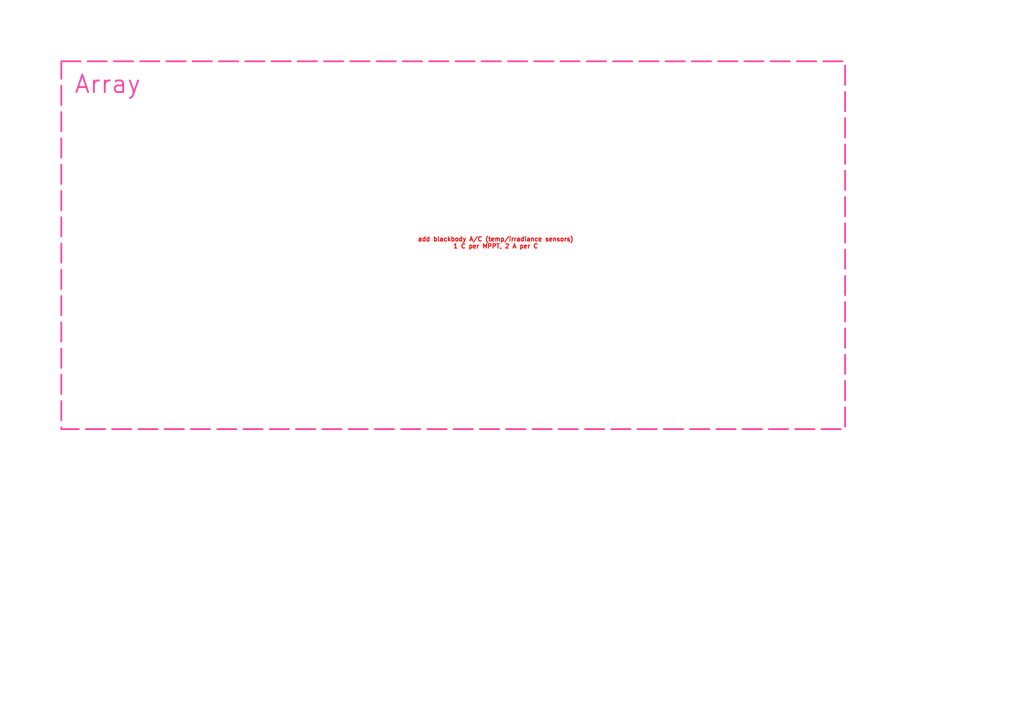
<source format=kicad_sch>
(kicad_sch
	(version 20250114)
	(generator "eeschema")
	(generator_version "9.0")
	(uuid "bb2043d6-a84b-4898-9006-e5f35edc778e")
	(paper "A4")
	(lib_symbols)
	(rectangle
		(start 17.78 17.78)
		(end 245.11 124.46)
		(stroke
			(width 0.508)
			(type dash)
			(color 255 64 158 1)
		)
		(fill
			(type none)
		)
		(uuid aa615085-0881-43ae-b3b8-a43a84f47897)
	)
	(text "Array"
		(exclude_from_sim no)
		(at 31.242 24.638 0)
		(effects
			(font
				(face "KiCad Font")
				(size 5.08 5.08)
				(thickness 0.508)
				(bold yes)
				(color 255 64 158 1)
			)
		)
		(uuid "58eb1cdc-7735-4dbf-b8a0-1759b0f104ca")
	)
	(text "add blackbody A/C (temp/irradiance sensors)\n1 C per MPPT, 2 A per C"
		(exclude_from_sim no)
		(at 143.764 70.612 0)
		(effects
			(font
				(size 1.27 1.27)
				(thickness 0.254)
				(bold yes)
				(color 254 0 0 1)
			)
		)
		(uuid "9b9f2f98-fb55-4ebc-b501-d9c4f9b8197c")
	)
)

</source>
